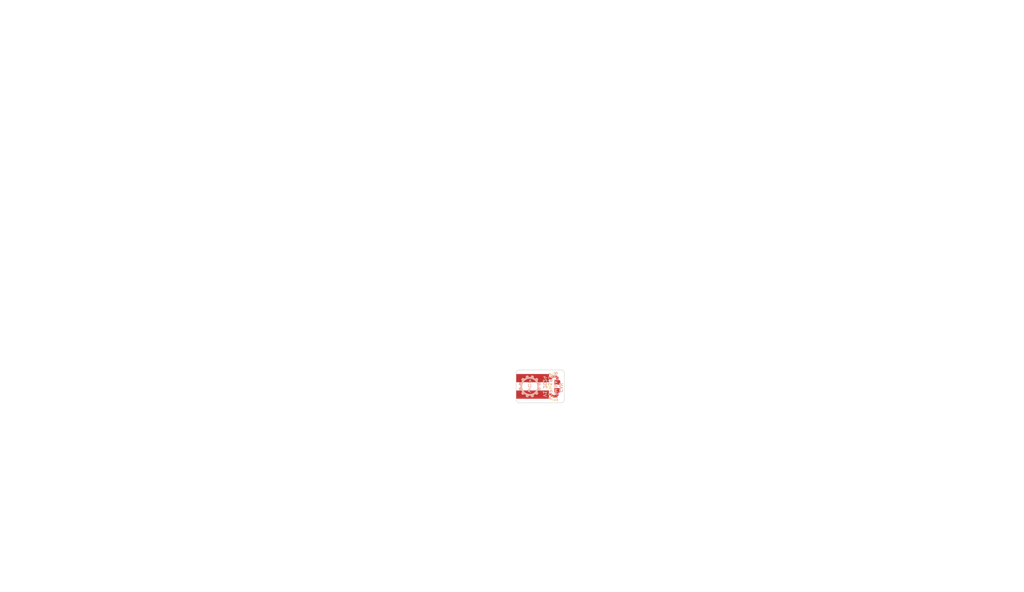
<source format=kicad_pcb>
(kicad_pcb (version 20240108) (generator "pcbnew") (generator_version "8.0")
  (title_block (title "CAN Terminator (WCP-1834)") (date "2024-12-14") (rev "V1"))
  (layers (0 "F.Cu" signal) (31 "B.Cu" signal) (34 "B.Paste" user) (35 "F.Paste" user) (36 "B.SilkS" user "B.Silkscreen") (37 "F.SilkS" user "F.Silkscreen") (38 "B.Mask" user) (39 "F.Mask" user) (44 "Edge.Cuts" user))
  (net 0 "")
  (net 1 "/CAN_H")
  (net 2 "/CAN_L")
  (footprint "CAN_terminator:Wire Pads 2 Pin" (layer "F.Cu") (at 145.415 118.237)
    (property "Reference" "J1" (hide yes))
    (property "Value" "~")
    (pad "1" connect rect (at 3.81 -1.905) (size 7.62 1.905) (layers "F.Cu" "F.Mask") (net 1 "/CAN_H"))
    (pad "2" connect rect (at 3.81 1.905) (size 7.62 1.905) (layers "F.Cu" "F.Mask") (net 2 "/CAN_L"))
  )
  (footprint "Resistor_SMD:R_0805_2012Metric" (layer "F.Cu") (at 154.94 118.237 -90)
    (property "Reference" "R1" (at 0.039278 1.850011 180) (layer "F.SilkS") (effects (font (size 1.016 1.016) (thickness 0.1524))))
    (property "Value" "120R-1%-0805")
    (fp_line (start 0.227064 0.735) (end -0.227064 0.735) (stroke (width 0.12)) (layer "F.SilkS"))
    (fp_line (start 0.227064 -0.735) (end -0.227064 -0.735) (stroke (width 0.12)) (layer "F.SilkS"))
    (pad "1" smd roundrect (at -0.9125 0 270) (size 1.025 1.4) (layers "F.Cu" "F.Paste" "F.Mask") (roundrect_rratio 0.243902439) (net 1 "/CAN_H"))
    (pad "2" smd roundrect (at 0.9125 0 270) (size 1.025 1.4) (layers "F.Cu" "F.Paste" "F.Mask") (roundrect_rratio 0.243902439) (net 2 "/CAN_L"))
  )
  (footprint "Logos:WCP-Logo_200" (layer "B.Cu") (at 148.59 118.237 90)
    (property "Reference" "G***" (hide yes))
    (property "Value" "LOGO" (hide yes))
    (fp_poly (pts (xy 0.124691 0.304149) (xy 0.1778 0.303891) (xy 0.238923 0.303517) (xy 0.290727 0.303139) (xy 0.334054 0.302727) (xy 0.369743 0.30225) (xy 0.398637 0.30168) (xy 0.421576 0.300986) (xy 0.439401 0.300138) (xy 0.452953 0.299107) (xy 0.463073 0.297861) (xy 0.470602 0.296372) (xy 0.476382 0.29461) (xy 0.47999 0.293128) (xy 0.501209 0.28178) (xy 0.517538 0.268289) (xy 0.529731 0.251135) (xy 0.538545 0.228794) (xy 0.544734 0.199744) (xy 0.549054 0.162462) (xy 0.54989 0.152204) (xy 0.551654 0.126167) (xy 0.552762 0.103447) (xy 0.553143 0.086128) (xy 0.552728 0.076293) (xy 0.552475 0.075205) (xy 0.547251 0.071533) (xy 0.533889 0.067496) (xy 0.51178 0.062955) (xy 0.480316 0.057769) (xy 0.470201 0.056249) (xy 0.443008 0.052388) (xy 0.419521 0.049353) (xy 0.401496 0.047349) (xy 0.390688 0.046578) (xy 0.388388 0.046798) (xy 0.387244 0.052473) (xy 0.385814 0.066253) (xy 0.384278 0.086093) (xy 0.382814 0.109948) (xy 0.382762 0.110911) (xy 0.379438 0.17272) (xy 0.164319 0.17272) (xy -0.0508 0.17272) (xy -0.0508 -0.04318) (xy -0.0508 -0.25908) (xy 0.1651 -0.25908) (xy 0.381 -0.25908) (xy 0.381 -0.18796) (xy 0.381 -0.11684) (xy 0.39497 -0.116923) (xy 0.406015 -0.118058) (xy 0.423701 -0.121052) (xy 0.445847 -0.12541) (xy 0.470273 -0.130641) (xy 0.494802 -0.136253) (xy 0.517251 -0.141751) (xy 0.535444 -0.146645) (xy 0.547198 -0.15044) (xy 0.550309 -0.152037) (xy 0.551954 -0.159157) (xy 0.552485 -0.175583) (xy 0.551908 -0.200525) (xy 0.550226 -0.233192) (xy 0.549904 -0.238316) (xy 0.547776 -0.26954) (xy 0.545778 -0.29255) (xy 0.543561 -0.309284) (xy 0.540779 -0.321677) (xy 0.537082 -0.331664) (xy 0.532125 -0.341182) (xy 0.531139 -0.342882) (xy 0.518625 -0.359748) (xy 0.503 -0.375109) (xy 0.496814 -0.379741) (xy 0.487146 -0.385594) (xy 0.477408 -0.389707) (xy 0.465325 -0.392544) (xy 0.448626 -0.394565) (xy 0.425036 -0.396232) (xy 0.412005 -0.396967) (xy 0.390284 -0.397852) (xy 0.361274 -0.398596) (xy 0.326196 -0.399198) (xy 0.286271 -0.399662) (xy 0.24272 -0.39999) (xy 0.196764 -0.400185) (xy 0.149624 -0.400247) (xy 0.102521 -0.40018) (xy 0.056676 -0.399986) (xy 0.01331 -0.399667) (xy -0.026356 -0.399225) (xy -0.061102 -0.398662) (xy -0.089705 -0.397981) (xy -0.110945 -0.397185) (xy -0.123602 -0.396274) (xy -0.125494 -0.395988) (xy -0.158467 -0.38502) (xy -0.184623 -0.366617) (xy -0.203681 -0.341023) (xy -0.212296 -0.320114) (xy -0.214306 -0.31273) (xy -0.215983 -0.30406) (xy -0.217358 -0.293173) (xy -0.218459 -0.279145) (xy -0.219316 -0.261046) (xy -0.219956 -0.237949) (xy -0.22041 -0.208928) (xy -0.220705 -0.173054) (xy -0.220871 -0.1294) (xy -0.220938 -0.077039) (xy -0.220942 -0.04318) (xy -0.220909 0.014034) (xy -0.220809 0.062007) (xy -0.22061 0.101658) (xy -0.220282 0.133908) (xy -0.219792 0.159675) (xy -0.21911 0.179879) (xy -0.218205 0.195439) (xy -0.217045 0.207275) (xy -0.215599 0.216305) (xy -0.213836 0.22345) (xy -0.211724 0.229628) (xy -0.211667 0.229777) (xy -0.196584 0.25608) (xy -0.174313 0.278364) (xy -0.147587 0.294272) (xy -0.130406 0.299807) (xy -0.119469 0.30121) (xy -0.100573 0.302344) (xy -0.073395 0.303215) (xy -0.037605 0.303827) (xy 0.007121 0.304184) (xy 0.061111 0.30429)) (fill solid) (layer "B.SilkS"))
    (fp_poly (pts (xy 0.893728 0.306822) (xy 0.93743 0.306639) (xy 0.986213 0.306364) (xy 1.039229 0.306) (xy 1.095633 0.305549) (xy 1.12268 0.305312) (xy 1.4605 0.30226) (xy 1.483134 0.28956) (xy 1.500108 0.277269) (xy 1.516215 0.261264) (xy 1.521234 0.254847) (xy 1.5367 0.232833) (xy 1.538343 0.102447) (xy 1.538786 0.058053) (xy 1.538755 0.022517) (xy 1.538068 -0.00546) (xy 1.536546 -0.027176) (xy 1.534009 -0.04393) (xy 1.530275 -0.057019) (xy 1.525164 -0.067743) (xy 1.518497 -0.077399) (xy 1.51234 -0.084751) (xy 1.504962 -0.09304) (xy 1.497983 -0.100051) (xy 1.490515 -0.10591) (xy 1.48167 -0.110741) (xy 1.470558 -0.114669) (xy 1.45629 -0.117818) (xy 1.437978 -0.120313) (xy 1.414733 -0.12228) (xy 1.385665 -0.123842) (xy 1.349886 -0.125126) (xy 1.306508 -0.126254) (xy 1.25464 -0.127353) (xy 1.20142 -0.128391) (xy 1.152112 -0.12939) (xy 1.10595 -0.130414) (xy 1.063917 -0.131435) (xy 1.026997 -0.132424) (xy 0.996175 -0.133353) (xy 0.972436 -0.134195) (xy 0.956763 -0.134921) (xy 0.950142 -0.135504) (xy 0.95 -0.135565) (xy 0.949189 -0.141085) (xy 0.948226 -0.155363) (xy 0.947172 -0.177002) (xy 0.946091 -0.2046) (xy 0.945044 -0.23676) (xy 0.944294 -0.263985) (xy 0.943275 -0.298946) (xy 0.942104 -0.330639) (xy 0.940855 -0.357615) (xy 0.9396 -0.378428) (xy 0.938414 -0.39163) (xy 0.937604 -0.395682) (xy 0.93165 -0.397542) (xy 0.917729 -0.399084) (xy 0.898033 -0.400276) (xy 0.874752 -0.401086) (xy 0.850076 -0.401484) (xy 0.826195 -0.401437) (xy 0.805299 -0.400915) (xy 0.789579 -0.399886) (xy 0.781225 -0.398318) (xy 0.780626 -0.397933) (xy 0.779967 -0.392339) (xy 0.779382 -0.377618) (xy 0.778871 -0.354773) (xy 0.778433 -0.324804) (xy 0.778067 -0.288715) (xy 0.777774 -0.247506) (xy 0.777551 -0.20218) (xy 0.7774 -0.153739) (xy 0.777318 -0.103184) (xy 0.777306 -0.051517) (xy 0.777363 0.000259) (xy 0.777489 0.051143) (xy 0.777678 0.099476) (xy 0.94488 0.099476) (xy 0.945072 0.071773) (xy 0.945604 0.04729) (xy 0.946404 0.028004) (xy 0.947401 0.015893) (xy 0.947963 0.013116) (xy 0.949628 0.011078) (xy 0.953522 0.009411) (xy 0.96057 0.00808) (xy 0.971696 0.007048) (xy 0.987826 0.006278) (xy 1.009884 0.005734) (xy 1.038794 0.005379) (xy 1.07548 0.005177) (xy 1.120869 0.005091) (xy 1.151394 0.00508) (xy 1.351741 0.00508) (xy 1.36421 0.01755) (xy 1.369524 0.023441) (xy 1.373067 0.029869) (xy 1.375196 0.038914) (xy 1.376269 0.052662) (xy 1.376642 0.073194) (xy 1.37668 0.090239) (xy 1.376332 0.119555) (xy 1.37484 0.140405) (xy 1.371529 0.15447) (xy 1.365723 0.163433) (xy 1.356748 0.168977) (xy 1.343928 0.172784) (xy 1.343523 0.172879) (xy 1.333904 0.17395) (xy 1.315402 0.174942) (xy 1.289298 0.175825) (xy 1.256868 0.17657) (xy 1.219393 0.177146) (xy 1.178149 0.177526) (xy 1.134415 0.177679) (xy 1.13411 0.177679) (xy 0.94488 0.1778) (xy 0.94488 0.099476) (xy 0.777678 0.099476) (xy 0.777681 0.100133) (xy 0.777941 0.146227) (xy 0.778268 0.188423) (xy 0.77866 0.22572) (xy 0.779118 0.257115) (xy 0.779641 0.281606) (xy 0.780227 0.298192) (xy 0.780877 0.305871) (xy 0.78105 0.306282) (xy 0.786652 0.306592) (xy 0.801568 0.306799) (xy 0.824951 0.306904) (xy 0.855953 0.306911)) (fill solid) (layer "B.SilkS"))
    (fp_poly (pts (xy -0.872222 0.309597) (xy -0.855764 0.308544) (xy -0.845371 0.306417) (xy -0.839 0.302913) (xy -0.837061 0.30099) (xy -0.833559 0.294539) (xy -0.826683 0.27967) (xy -0.816861 0.257385) (xy -0.804523 0.228688) (xy -0.790097 0.194583) (xy -0.774011 0.156072) (xy -0.756695 0.114159) (xy -0.74427 0.08382) (xy -0.722512 0.030526) (xy -0.704261 -0.014084) (xy -0.689191 -0.050736) (xy -0.676978 -0.080157) (xy -0.667296 -0.103071) (xy -0.659822 -0.120206) (xy -0.654229 -0.132287) (xy -0.650193 -0.140041) (xy -0.64739 -0.144193) (xy -0.645493 -0.145468) (xy -0.644179 -0.144595) (xy -0.643122 -0.142297) (xy -0.6431 -0.14224) (xy -0.640807 -0.136022) (xy -0.635377 -0.121261) (xy -0.627176 -0.098951) (xy -0.616567 -0.070086) (xy -0.603917 -0.035659) (xy -0.589591 0.003335) (xy -0.573954 0.045902) (xy -0.56096 0.08128) (xy -0.544561 0.125806) (xy -0.529154 0.167396) (xy -0.515106 0.205079) (xy -0.502783 0.237883) (xy -0.492552 0.264835) (xy -0.48478 0.284966) (xy -0.479832 0.297301) (xy -0.478153 0.300905) (xy -0.471655 0.302857) (xy -0.457405 0.304764) (xy -0.437812 0.306498) (xy -0.415284 0.307929) (xy -0.392229 0.308931) (xy -0.371056 0.309373) (xy -0.354173 0.309128) (xy -0.343987 0.308067) (xy -0.343983 0.308066) (xy -0.334962 0.304422) (xy -0.333347 0.297633) (xy -0.334979 0.290823) (xy -0.339011 0.278513) (xy -0.346189 0.258278) (xy -0.356151 0.231054) (xy -0.368533 0.197777) (xy -0.382975 0.159381) (xy -0.399114 0.116802) (xy -0.416589 0.070976) (xy -0.435037 0.022837) (xy -0.454096 -0.026678) (xy -0.473404 -0.076635) (xy -0.4926 -0.126098) (xy -0.511322 -0.174131) (xy -0.529206 -0.2198) (xy -0.545892 -0.262168) (xy -0.561017 -0.300301) (xy -0.57422 -0.333264) (xy -0.585138 -0.36012) (xy -0.59341 -0.379934) (xy -0.598673 -0.391771) (xy -0.60028 -0.394711) (xy -0.607916 -0.397899) (xy -0.622913 -0.400114) (xy -0.64255 -0.401352) (xy -0.664102 -0.401606) (xy -0.684847 -0.40087) (xy -0.70206 -0.399138) (xy -0.71302 -0.396403) (xy -0.71509 -0.39497) (xy -0.71804 -0.389017) (xy -0.724335 -0.374654) (xy -0.733549 -0.352903) (xy -0.745257 -0.324789) (xy -0.759035 -0.291335) (xy -0.774456 -0.253565) (xy -0.791096 -0.212503) (xy -0.798943 -0.19304) (xy -0.816481 -0.149558) (xy -0.833386 -0.107825) (xy -0.849161 -0.069052) (xy -0.863311 -0.034451) (xy -0.875339 -0.005232) (xy -0.88475 0.017393) (xy -0.891048 0.032212) (xy -0.8924 0.035274) (xy -0.907138 0.068008) (xy -1.00363 -0.165386) (xy -1.100121 -0.39878) (xy -1.158775 -0.400203) (xy -1.21743 -0.401627) (xy -1.223883 -0.387503) (xy -1.22749 -0.378817) (xy -1.234183 -0.361901) (xy -1.243613 -0.337679) (xy -1.255428 -0.307073) (xy -1.269279 -0.271009) (xy -1.284817 -0.230409) (xy -1.301689 -0.186197) (xy -1.319548 -0.139298) (xy -1.338042 -0.090635) (xy -1.356821 -0.041132) (xy -1.375536 0.008288) (xy -1.393836 0.056701) (xy -1.411372 0.103182) (xy -1.427792 0.146808) (xy -1.442748 0.186656) (xy -1.455889 0.221801) (xy -1.466865 0.25132) (xy -1.475325 0.274289) (xy -1.480921 0.289785) (xy -1.483301 0.296882) (xy -1.48336 0.297199) (xy -1.478529 0.300732) (xy -1.465022 0.303907) (xy -1.444324 0.306563) (xy -1.417917 0.308538) (xy -1.387285 0.309671) (xy -1.36664 0.30988) (xy -1.346073 0.30951) (xy -1.332916 0.307973) (xy -1.32443 0.304634) (xy -1.317879 0.298855) (xy -1.317517 0.29845) (xy -1.313281 0.290995) (xy -1.306051 0.27525) (xy -1.296337 0.252458) (xy -1.284655 0.223865) (xy -1.271516 0.190715) (xy -1.257434 0.154253) (xy -1.249993 0.13462) (xy -1.22733 0.074522) (xy -1.20794 0.023307) (xy -1.191564 -0.019669) (xy -1.177942 -0.055048) (xy -1.166817 -0.083474) (xy -1.157929 -0.105591) (xy -1.151019 -0.122041) (xy -1.145829 -0.133468) (xy -1.1421 -0.140516) (xy -1.139573 -0.143828) (xy -1.13799 -0.144047) (xy -1.137925 -0.143983) (xy -1.135277 -0.138525) (xy -1.129264 -0.124582) (xy -1.120276 -0.103105) (xy -1.108707 -0.075048) (xy -1.094945 -0.041364) (xy -1.079384 -0.003007) (xy -1.062414 0.03907) (xy -1.046497 0.07874) (xy -1.02856 0.123412) (xy -1.011642 0.165282) (xy -0.99614 0.203386) (xy -0.98245 0.236758) (xy -0.970973 0.264433) (xy -0.962104 0.285446) (xy -0.956242 0.298831) (xy -0.953888 0.30353) (xy -0.946212 0.306921) (xy -0.929482 0.309013) (xy -0.903226 0.309857) (xy -0.896786 0.30988)) (fill solid) (layer "B.SilkS"))
    (fp_poly (pts (xy 0.424527 2.538947) (xy 0.448933 2.53596) (xy 0.480475 2.530478) (xy 0.517885 2.522807) (xy 0.559894 2.513252) (xy 0.605233 2.502117) (xy 0.652634 2.489709) (xy 0.700828 2.476333) (xy 0.748546 2.462293) (xy 0.79452 2.447896) (xy 0.813093 2.441786) (xy 0.92202 2.40538) (xy 0.92273 2.193216) (xy 0.922987 2.137936) (xy 0.923372 2.092078) (xy 0.923908 2.054906) (xy 0.924619 2.025683) (xy 0.925529 2.003671) (xy 0.926661 1.988134) (xy 0.92804 1.978334) (xy 0.92969 1.973536) (xy 0.929841 1.973338) (xy 0.936821 1.967947) (xy 0.950741 1.959347) (xy 0.969432 1.948822) (xy 0.986178 1.939974) (xy 1.005519 1.929572) (xy 1.03138 1.91498) (xy 1.061677 1.897413) (xy 1.094325 1.878083) (xy 1.127241 1.858204) (xy 1.138599 1.851242) (xy 1.167617 1.833492) (xy 1.193823 1.817673) (xy 1.215961 1.804527) (xy 1.232777 1.794793) (xy 1.243015 1.789212) (xy 1.24553 1.78816) (xy 1.250743 1.790661) (xy 1.263734 1.797795) (xy 1.283543 1.809011) (xy 1.309211 1.823756) (xy 1.339779 1.841478) (xy 1.374288 1.861626) (xy 1.411778 1.883647) (xy 1.423723 1.89069) (xy 1.462257 1.913316) (xy 1.4984 1.934322) (xy 1.531142 1.953138) (xy 1.559475 1.969192) (xy 1.582389 1.981915) (xy 1.598874 1.990735) (xy 1.607922 1.995082) (xy 1.608979 1.995419) (xy 1.615998 1.994693) (xy 1.626076 1.989994) (xy 1.639855 1.980809) (xy 1.657979 1.966626) (xy 1.68109 1.946931) (xy 1.709831 1.921212) (xy 1.744846 1.888956) (xy 1.758645 1.876081) (xy 1.791321 1.844948) (xy 1.824195 1.812587) (xy 1.856451 1.779892) (xy 1.887272 1.74776) (xy 1.915838 1.717086) (xy 1.941335 1.688764) (xy 1.962942 1.663691) (xy 1.979845 1.642762) (xy 1.991224 1.626872) (xy 1.996263 1.616917) (xy 1.99644 1.615611) (xy 1.993946 1.609156) (xy 1.986833 1.594957) (xy 1.975652 1.574011) (xy 1.960957 1.54732) (xy 1.9433 1.515883) (xy 1.923232 1.480701) (xy 1.901307 1.442772) (xy 1.89484 1.431676) (xy 1.872485 1.393137) (xy 1.851833 1.357047) (xy 1.833435 1.324408) (xy 1.817845 1.296222) (xy 1.805614 1.273492) (xy 1.797296 1.257219) (xy 1.793443 1.248405) (xy 1.79324 1.247407) (xy 1.795682 1.240963) (xy 1.802541 1.226997) (xy 1.81311 1.206759) (xy 1.826686 1.181502) (xy 1.842563 1.152477) (xy 1.860036 1.120937) (xy 1.878402 1.088134) (xy 1.896954 1.05532) (xy 1.914989 1.023746) (xy 1.931802 0.994665) (xy 1.946688 0.969328) (xy 1.958941 0.948989) (xy 1.967858 0.934898) (xy 1.972734 0.928307) (xy 1.972974 0.928107) (xy 1.979153 0.927295) (xy 1.994368 0.926705) (xy 2.017498 0.926342) (xy 2.04742 0.926208) (xy 2.083013 0.926308) (xy 2.123156 0.926644) (xy 2.166727 0.927222) (xy 2.179788 0.927434) (xy 2.224384 0.9281) (xy 2.266084 0.928554) (xy 2.303729 0.928795) (xy 2.336161 0.928825) (xy 2.362221 0.928642) (xy 2.380752 0.928247) (xy 2.390594 0.92764) (xy 2.391607 0.927441) (xy 2.39941 0.920339) (xy 2.408949 0.903701) (xy 2.420073 0.877975) (xy 2.432632 0.843608) (xy 2.446475 0.801048) (xy 2.461451 0.750741) (xy 2.477409 0.693136) (xy 2.494198 0.628679) (xy 2.499536 0.607425) (xy 2.512722 0.553453) (xy 2.523101 0.508554) (xy 2.53078 0.472066) (xy 2.535868 0.443332) (xy 2.538475 0.42169) (xy 2.538708 0.406482) (xy 2.536677 0.397046) (xy 2.534676 0.394118) (xy 2.528727 0.390113) (xy 2.514921 0.381721) (xy 2.494263 0.369528) (xy 2.467759 0.354116) (xy 2.436413 0.336069) (xy 2.40123 0.31597) (xy 2.363215 0.294404) (xy 2.35458 0.289525) (xy 2.316246 0.26779) (xy 2.280676 0.247445) (xy 2.248849 0.229063) (xy 2.221743 0.213217) (xy 2.200337 0.20048) (xy 2.185609 0.191425) (xy 2.178537 0.186624) (xy 2.178092 0.186175) (xy 2.177267 0.17992) (xy 2.176569 0.164674) (xy 2.176016 0.141602) (xy 2.175621 0.111874) (xy 2.175401 0.076656) (xy 2.17537 0.037116) (xy 2.175544 -0.005578) (xy 2.175552 -0.006808) (xy 2.17678 -0.193957) (xy 2.354516 -0.294605) (xy 2.393469 -0.316785) (xy 2.429715 -0.337657) (xy 2.462282 -0.356645) (xy 2.490199 -0.373171) (xy 2.512492 -0.386659) (xy 2.52819 -0.39653) (xy 2.536321 -0.402207) (xy 2.537184 -0.403071) (xy 2.538178 -0.411447) (xy 2.536703 -0.42871) (xy 2.532926 -0.453936) (xy 2.527016 -0.486202) (xy 2.519142 -0.524582) (xy 2.509472 -0.568153) (xy 2.49877 -0.613538) (xy 2.493382 -0.634378) (xy 2.485874 -0.661424) (xy 2.476749 -0.693046) (xy 2.466507 -0.727619) (xy 2.455649 -0.763513) (xy 2.444677 -0.799102) (xy 2.43409 -0.832757) (xy 2.424391 -0.862851) (xy 2.41608 -0.887756) (xy 2.409657 -0.905844) (xy 2.406175 -0.9144) (xy 2.400137 -0.9271) (xy 2.19192 -0.927346) (xy 2.146639 -0.927477) (xy 2.104338 -0.927748) (xy 2.066137 -0.928141) (xy 2.033159 -0.928638) (xy 2.006523 -0.929221) (xy 1.987351 -0.929871) (xy 1.976765 -0.930571) (xy 1.975176 -0.930864) (xy 1.969817 -0.936413) (xy 1.961131 -0.949313) (xy 1.950224 -0.967769) (xy 1.9382 -0.989989) (xy 1.935416 -0.995398) (xy 1.922603 -1.019672) (xy 1.905953 -1.049946) (xy 1.88696 -1.083574) (xy 1.867119 -1.117907) (xy 1.848711 -1.148989) (xy 1.832159 -1.177042) (xy 1.817575 -1.202721) (xy 1.805744 -1.224565) (xy 1.797449 -1.241116) (xy 1.793473 -1.250915) (xy 1.79324 -1.252314) (xy 1.794554 -1.257016) (xy 1.798674 -1.266088) (xy 1.805862 -1.279988) (xy 1.816382 -1.299175) (xy 1.830498 -1.324107) (xy 1.848471 -1.355243) (xy 1.870567 -1.39304) (xy 1.897048 -1.437958) (xy 1.928177 -1.490455) (xy 1.964218 -1.55099) (xy 1.980116 -1.577635) (xy 1.990037 -1.594822) (xy 1.997516 -1.608859) (xy 2.001295 -1.617347) (xy 2.00152 -1.618437) (xy 1.998177 -1.624625) (xy 1.988712 -1.63723) (xy 1.973964 -1.655274) (xy 1.954775 -1.677776) (xy 1.931987 -1.703758) (xy 1.906439 -1.732239) (xy 1.878975 -1.762241) (xy 1.866306 -1.775879) (xy 1.836342 -1.806951) (xy 1.800907 -1.84203) (xy 1.762356 -1.878903) (xy 1.723046 -1.915358) (xy 1.685333 -1.949184) (xy 1.651575 -1.978169) (xy 1.645025 -1.983584) (xy 1.61619 -2.007226) (xy 1.535805 -1.960503) (xy 1.505222 -1.942673) (xy 1.468962 -1.921448) (xy 1.43008 -1.898621) (xy 1.391634 -1.875988) (xy 1.357875 -1.85605) (xy 1.323792 -1.836255) (xy 1.294688 -1.820117) (xy 1.271467 -1.808104) (xy 1.255032 -1.800685) (xy 1.246579 -1.79832) (xy 1.236414 -1.801153) (xy 1.219167 -1.809239) (xy 1.196045 -1.821951) (xy 1.168256 -1.838667) (xy 1.166769 -1.839595) (xy 1.100404 -1.879845) (xy 1.032171 -1.918991) (xy 0.966541 -1.954479) (xy 0.957354 -1.959247) (xy 0.921569 -1.977713) (xy 0.923693 -2.189748) (xy 0.925816 -2.401782) (xy 0.913758 -2.409678) (xy 0.899732 -2.416819) (xy 0.877132 -2.42582) (xy 0.847295 -2.436303) (xy 0.811558 -2.447893) (xy 0.771259 -2.460214) (xy 0.727734 -2.472889) (xy 0.68232 -2.485542) (xy 0.636355 -2.497797) (xy 0.591175 -2.509277) (xy 0.548118 -2.519606) (xy 0.508521 -2.528408) (xy 0.47372 -2.535307) (xy 0.457403 -2.538107) (xy 0.432412 -2.541917) (xy 0.415501 -2.543919) (xy 0.40476 -2.544163) (xy 0.398281 -2.542696) (xy 0.394299 -2.539728) (xy 0.390377 -2.533783) (xy 0.3821 -2.519954) (xy 0.370043 -2.499241) (xy 0.354778 -2.472644) (xy 0.336879 -2.441165) (xy 0.31692 -2.405804) (xy 0.295474 -2.367562) (xy 0.289641 -2.35712) (xy 0.267969 -2.31845) (xy 0.247675 -2.28255) (xy 0.229325 -2.250394) (xy 0.213482 -2.222957) (xy 0.20071 -2.201213) (xy 0.191572 -2.186138) (xy 0.186633 -2.178705) (xy 0.186081 -2.178127) (xy 0.179824 -2.177261) (xy 0.164827 -2.176504) (xy 0.142508 -2.175858) (xy 0.114287 -2.175328) (xy 0.081583 -2.174916) (xy 0.045815 -2.174627) (xy 0.008402 -2.174463) (xy -0.029237 -2.174429) (xy -0.065682 -2.174527) (xy -0.099515 -2.174761) (xy -0.129316 -2.175134) (xy -0.153667 -2.175651) (xy -0.171148 -2.176314) (xy -0.18034 -2.177126) (xy -0.180825 -2.177236) (xy -0.1853 -2.180876) (xy -0.192626 -2.190432) (xy -0.203098 -2.206388) (xy -0.217007 -2.22923) (xy -0.234647 -2.259444) (xy -0.256311 -2.297515) (xy -0.282292 -2.343929) (xy -0.292585 -2.362461) (xy -0.3937 -2.544828) (xy -0.41148 -2.544494) (xy -0.421884 -2.54331) (xy -0.440332 -2.54021) (xy -0.464967 -2.535547) (xy -0.493931 -2.529673) (xy -0.525364 -2.522943) (xy -0.52832 -2.522292) (xy -0.611922 -2.503224) (xy -0.685951 -2.485019) (xy -0.750943 -2.467525) (xy -0.807434 -2.45059) (xy -0.85596 -2.434059) (xy -0.897057 -2.41778) (xy -0.90219 -2.415539) (xy -0.931266 -2.40268) (xy -0.927911 -2.19829) (xy -0.927096 -2.144305) (xy -0.926591 -2.099656) (xy -0.926409 -2.063522) (xy -0.926561 -2.035082) (xy -0.927058 -2.013516) (xy -0.927912 -1.998004) (xy -0.929134 -1.987726) (xy -0.930735 -1.981861) (xy -0.930915 -1.981487) (xy -0.938819 -1.973232) (xy -0.955987 -1.96129) (xy -0.982476 -1.945624) (xy -1.013467 -1.928768) (xy -1.046666 -1.910713) (xy -1.084082 -1.889568) (xy -1.121601 -1.867704) (xy -1.155108 -1.847491) (xy -1.161827 -1.843317) (xy -1.186372 -1.828072) (xy -1.20831 -1.814654) (xy -1.226024 -1.804033) (xy -1.2379 -1.797181) (xy -1.241888 -1.795143) (xy -1.248298 -1.796914) (xy -1.262864 -1.803698) (xy -1.28507 -1.815215) (xy -1.3144 -1.831185) (xy -1.350338 -1.851327) (xy -1.392368 -1.875363) (xy -1.42936 -1.896816) (xy -1.468445 -1.919488) (xy -1.505006 -1.940472) (xy -1.538072 -1.959225) (xy -1.566668 -1.975207) (xy -1.589822 -1.987876) (xy -1.606561 -1.996689) (xy -1.615912 -2.001106) (xy -1.617372 -2.00152) (xy -1.624939 -1.997986) (xy -1.638665 -1.987937) (xy -1.657685 -1.972195) (xy -1.681136 -1.951586) (xy -1.708153 -1.926934) (xy -1.737871 -1.899063) (xy -1.769426 -1.868798) (xy -1.801954 -1.836963) (xy -1.834588 -1.804383) (xy -1.866466 -1.771882) (xy -1.896723 -1.740285) (xy -1.924493 -1.710416) (xy -1.936208 -1.697468) (xy -1.956489 -1.674592) (xy -1.974205 -1.654159) (xy -1.988309 -1.637412) (xy -1.997756 -1.625595) (xy -2.001499 -1.619954) (xy -2.001521 -1.619807) (xy -1.999023 -1.614531) (xy -1.991896 -1.601466) (xy -1.980684 -1.581565) (xy -1.965935 -1.555781) (xy -1.948194 -1.525066) (xy -1.928008 -1.490375) (xy -1.905924 -1.452659) (xy -1.897381 -1.438129) (xy -1.874666 -1.399268) (xy -1.85366 -1.36281) (xy -1.834913 -1.329751) (xy -1.818978 -1.301086) (xy -1.806405 -1.27781) (xy -1.797746 -1.260921) (xy -1.793552 -1.251413) (xy -1.793241 -1.250019) (xy -1.79585 -1.242106) (xy -1.803067 -1.227357) (xy -1.813978 -1.207462) (xy -1.827666 -1.184112) (xy -1.838302 -1.166788) (xy -1.85719 -1.135936) (xy -1.877204 -1.102107) (xy -1.897348 -1.067093) (xy -1.916623 -1.032689) (xy -1.934031 -1.000687) (xy -1.948574 -0.972881) (xy -1.959253 -0.951065) (xy -1.962712 -0.943252) (xy -1.970522 -0.92456) (xy -2.015231 -0.924801) (xy -2.031532 -0.924998) (xy -2.056323 -0.92544) (xy -2.087938 -0.926091) (xy -2.124709 -0.926913) (xy -2.164972 -0.927872) (xy -2.207059 -0.928929) (xy -2.22464 -0.929388) (xy -2.264742 -0.930367) (xy -2.301712 -0.931117) (xy -2.334295 -0.931626) (xy -2.361232 -0.931879) (xy -2.381267 -0.931862) (xy -2.393144 -0.931563) (xy -2.395812 -0.931249) (xy -2.40106 -0.924997) (xy -2.40851 -0.910111) (xy -2.417759 -0.887777) (xy -2.428405 -0.859182) (xy -2.440045 -0.82551) (xy -2.452275 -0.78795) (xy -2.464693 -0.747686) (xy -2.476897 -0.705906) (xy -2.488482 -0.663795) (xy -2.494511 -0.640663) (xy -2.502093 -0.609341) (xy -2.50957 -0.575572) (xy -2.516683 -0.54086) (xy -2.523172 -0.506703) (xy -2.528778 -0.474605) (xy -2.533242 -0.446064) (xy -2.536305 -0.422583) (xy -2.537707 -0.405663) (xy -2.537188 -0.396804) (xy -2.536767 -0.396061) (xy -2.531497 -0.392675) (xy -2.518345 -0.38489) (xy -2.498294 -0.373269) (xy -2.472326 -0.358375) (xy -2.441426 -0.340773) (xy -2.406576 -0.321026) (xy -2.36876 -0.299696) (xy -2.35966 -0.294578) (xy -2.321165 -0.272864) (xy -2.285306 -0.252501) (xy -2.253086 -0.234066) (xy -2.225507 -0.218141) (xy -2.203571 -0.205304) (xy -2.188281 -0.196136) (xy -2.18064 -0.191215) (xy -2.180087 -0.190762) (xy -2.178234 -0.187156) (xy -2.17674 -0.179745) (xy -2.175575 -0.167634) (xy -2.174709 -0.149928) (xy -2.174113 -0.125731) (xy -2.173755 -0.09415) (xy -2.173605 -0.054288) (xy -2.173635 -0.005252) (xy -2.173636 -0.004557) (xy -1.762237 -0.004557) (xy -1.756158 -0.140847) (xy -1.74255 -0.26416) (xy -1.719184 -0.394888) (xy -1.686435 -0.521875) (xy -1.644456 -0.644882) (xy -1.593398 -0.763674) (xy -1.533417 -0.878012) (xy -1.464663 -0.987659) (xy -1.387291 -1.092379) (xy -1.301453 -1.191934) (xy -1.207301 -1.286087) (xy -1.10499 -1.3746) (xy -0.994672 -1.457238) (xy -0.956417 -1.483257) (xy -0.844234 -1.551774) (xy -0.728429 -1.610808) (xy -0.609139 -1.660314) (xy -0.486498 -1.700249) (xy -0.360644 -1.730568) (xy -0.231712 -1.751228) (xy -0.099841 -1.762183) (xy -0.09398 -1.762441) (xy -0.063458 -1.76356) (xy -0.033903 -1.764331) (xy -0.007974 -1.764704) (xy 0.01167 -1.764634) (xy 0.01778 -1.764443) (xy 0.035243 -1.763656) (xy 0.05949 -1.76262) (xy 0.087154 -1.761477) (xy 0.11176 -1.760489) (xy 0.194488 -1.754479) (xy 0.281845 -1.7431) (xy 0.370233 -1.726947) (xy 0.456053 -1.706612) (xy 0.482698 -1.69923) (xy 0.609295 -1.657629) (xy 0.731201 -1.60724) (xy 0.848071 -1.54845) (xy 0.95956 -1.481647) (xy 1.065325 -1.407219) (xy 1.165018 -1.325553) (xy 1.258296 -1.237037) (xy 1.344814 -1.142058) (xy 1.424226 -1.041005) (xy 1.496187 -0.934265) (xy 1.560353 -0.822226) (xy 1.616378 -0.705274) (xy 1.663917 -0.583799) (xy 1.702626 -0.458186) (xy 1.73216 -0.328825) (xy 1.739564 -0.28702) (xy 1.748629 -0.220453) (xy 1.755227 -0.147315) (xy 1.759291 -0.070442) (xy 1.760757 0.007333) (xy 1.759561 0.083173) (xy 1.755636 0.154243) (xy 1.750803 0.2032) (xy 1.72948 0.337322) (xy 1.698702 0.467939) (xy 1.658667 0.594713) (xy 1.609576 0.717304) (xy 1.551627 0.835375) (xy 1.485019 0.948586) (xy 1.409951 1.056599) (xy 1.326622 1.159074) (xy 1.235232 1.255674) (xy 1.135979 1.346058) (xy 1.030728 1.428677) (xy 0.922157 1.501606) (xy 0.808729 1.565937) (xy 0.691092 1.621482) (xy 0.56989 1.668051) (xy 0.445769 1.705456) (xy 0.319376 1.733507) (xy 0.191356 1.752014) (xy 0.062356 1.76079) (xy -0.06698 1.759644) (xy -0.09398 1.758134) (xy -0.230607 1.745101) (xy -0.361537 1.723803) (xy -0.487204 1.694075) (xy -0.60804 1.655757) (xy -0.724479 1.608684) (xy -0.836952 1.552695) (xy -0.945893 1.487626) (xy -1.051735 1.413316) (xy -1.08966 1.383873) (xy -1.118889 1.359323) (xy -1.152964 1.328601) (xy -1.190248 1.293354) (xy -1.229101 1.255232) (xy -1.267887 1.215883) (xy -1.304967 1.176955) (xy -1.338702 1.140097) (xy -1.367454 1.106957) (xy -1.379527 1.0922) (xy -1.460724 0.982657) (xy -1.532293 0.869883) (xy -1.594217 0.753943) (xy -1.646478 0.634902) (xy -1.689059 0.512824) (xy -1.721943 0.387775) (xy -1.745112 0.259818) (xy -1.758549 0.129019) (xy -1.762237 -0.004557) (xy -2.173636 -0.004557) (xy -2.173646 0.000171) (xy -2.173796 0.042403) (xy -2.17404 0.08134) (xy -2.174364 0.115836) (xy -2.174752 0.144745) (xy -2.175188 0.166919) (xy -2.175658 0.181212) (xy -2.17614 0.186473) (xy -2.180906 0.189381) (xy -2.193475 0.196675) (xy -2.212799 0.207757) (xy -2.237827 0.222028) (xy -2.267511 0.23889) (xy -2.300801 0.257743) (xy -2.324821 0.271316) (xy -2.361735 0.292208) (xy -2.397312 0.312443) (xy -2.43019 0.331239) (xy -2.459005 0.347811) (xy -2.482392 0.361378) (xy -2.498987 0.371155) (xy -2.50444 0.374456) (xy -2.53746 0.394837) (xy -2.53638 0.424749) (xy -2.534055 0.44957) (xy -2.52879 0.482534) (xy -2.520953 0.522176) (xy -2.510914 0.567034) (xy -2.499043 0.615643) (xy -2.485708 0.666541) (xy -2.471278 0.718263) (xy -2.456123 0.769346) (xy -2.440612 0.818327) (xy -2.426963 0.85852) (xy -2.404588 0.92202) (xy -2.188231 0.923345) (xy -1.971875 0.924669) (xy -1.93909 0.986845) (xy -1.926168 1.010672) (xy -1.909346 1.040682) (xy -1.890042 1.074403) (xy -1.869673 1.10936) (xy -1.849658 1.14308) (xy -1.846727 1.147957) (xy -1.826147 1.18252) (xy -1.810728 1.20937) (xy -1.800063 1.229293) (xy -1.793749 1.243077) (xy -1.791379 1.251508) (xy -1.791845 1.254637) (xy -1.808339 1.282097) (xy -1.826968 1.313562) (xy -1.847117 1.347947) (xy -1.868166 1.384169) (xy -1.889498 1.421143) (xy -1.910497 1.457784) (xy -1.930543 1.493009) (xy -1.94902 1.525733) (xy -1.96531 1.554873) (xy -1.978796 1.579342) (xy -1.98886 1.598058) (xy -1.994884 1.609937) (xy -1.996382 1.613754) (xy -1.99296 1.62175) (xy -1.983319 1.636022) (xy -1.968316 1.655551) (xy -1.948803 1.67932) (xy -1.925637 1.706309) (xy -1.89967 1.735501) (xy -1.871757 1.765876) (xy -1.845538 1.793532) (xy -1.825722 1.813615) (xy -1.801915 1.836956) (xy -1.775423 1.86235) (xy -1.747552 1.888594) (xy -1.71961 1.914482) (xy -1.692902 1.938811) (xy -1.668735 1.960375) (xy -1.648417 1.97797) (xy -1.633252 1.990391) (xy -1.627101 1.994907) (xy -1.623535 1.996754) (xy -1.619163 1.997314) (xy -1.613006 1.996104) (xy -1.604084 1.99264) (xy -1.591418 1.986442) (xy -1.574029 1.977026) (xy -1.550938 1.963909) (xy -1.521164 1.94661) (xy -1.48373 1.924646) (xy -1.479781 1.922323) (xy -1.443525 1.900972) (xy -1.407836 1.879905) (xy -1.37428 1.86005) (xy -1.344421 1.842336) (xy -1.319825 1.82769) (xy -1.302057 1.817039) (xy -1.299032 1.81521) (xy -1.279566 1.803847) (xy -1.262762 1.794836) (xy -1.250839 1.789324) (xy -1.246683 1.788161) (xy -1.238817 1.790876) (xy -1.225553 1.798003) (xy -1.209734 1.80801) (xy -1.20943 1.808216) (xy -1.176613 1.829662) (xy -1.137338 1.853973) (xy -1.094285 1.879569) (xy -1.050132 1.904868) (xy -1.007558 1.928291) (xy -0.991138 1.937008) (xy -0.923095 1.972683) (xy -0.926516 2.181412) (xy -0.927158 2.227023) (xy -0.927548 2.269431) (xy -0.927694 2.307547) (xy -0.927599 2.340284) (xy -0.927268 2.366555) (xy -0.926706 2.385271) (xy -0.925919 2.395346) (xy -0.925547 2.396704) (xy -0.91741 2.402959) (xy -0.900589 2.411284) (xy -0.876259 2.421284) (xy -0.845595 2.432567) (xy -0.809769 2.444739) (xy -0.769957 2.457408) (xy -0.727333 2.47018) (xy -0.68307 2.482661) (xy -0.638342 2.494459) (xy -0.61976 2.499102) (xy -0.584235 2.507482) (xy -0.547988 2.515425) (xy -0.512533 2.52266) (xy -0.479383 2.528914) (xy -0.450052 2.533914) (xy -0.426052 2.537389) (xy -0.408897 2.539065) (xy -0.400101 2.53867) (xy -0.400063 2.538656) (xy -0.395988 2.533714) (xy -0.387574 2.520853) (xy -0.375398 2.501043) (xy -0.360036 2.475255) (xy -0.342066 2.444462) (xy -0.322065 2.409634) (xy -0.300609 2.371743) (xy -0.294774 2.361351) (xy -0.273009 2.322638) (xy -0.252588 2.28655) (xy -0.234085 2.254085) (xy -0.218078 2.226246) (xy -0.205142 2.204031) (xy -0.195854 2.188442) (xy -0.190787 2.180478) (xy -0.190248 2.179796) (xy -0.186922 2.177882) (xy -0.180335 2.176346) (xy -0.169552 2.175157) (xy -0.153641 2.174283) (xy -0.131668 2.173692) (xy -0.102701 2.173354) (xy -0.065807 2.173237) (xy -0.020052 2.17331) (xy 0.000491 2.173383) (xy 0.042737 2.17363) (xy 0.081726 2.174009) (xy 0.116304 2.174497) (xy 0.145316 2.175071) (xy 0.167608 2.175708) (xy 0.182025 2.176387) (xy 0.187401 2.177069) (xy 0.19048 2.181988) (xy 0.198031 2.194789) (xy 0.209506 2.214524) (xy 0.224356 2.240241) (xy 0.242034 2.270991) (xy 0.261991 2.305824) (xy 0.28368 2.34379) (xy 0.292205 2.358741) (xy 0.317694 2.403392) (xy 0.338721 2.43999) (xy 0.355802 2.469336) (xy 0.369454 2.492234) (xy 0.380194 2.509484) (xy 0.388541 2.52189) (xy 0.395011 2.530253) (xy 0.400121 2.535376) (xy 0.404389 2.538061) (xy 0.408332 2.53911) (xy 0.408527 2.539133)) (fill solid) (layer "B.SilkS"))
  )
  (gr_arc (start 145.415 115.189) (mid 145.638185 114.650185) (end 146.177 114.427) (stroke (width 0.1)) (layer "Edge.Cuts"))
  (gr_arc (start 146.177 122.047) (mid 145.638185 121.823815) (end 145.415 121.285) (stroke (width 0.1)) (layer "Edge.Cuts"))
  (gr_line (start 156.591 115.189) (end 156.591 121.285) (stroke (width 0.1)) (layer "Edge.Cuts"))
  (gr_line (start 145.415 115.189) (end 145.415 121.285) (stroke (width 0.1)) (layer "Edge.Cuts"))
  (gr_arc (start 156.591 121.285) (mid 156.367815 121.823815) (end 155.829 122.047) (stroke (width 0.1)) (layer "Edge.Cuts"))
  (gr_arc (start 155.829 114.427) (mid 156.367815 114.650185) (end 156.591 115.189) (stroke (width 0.1)) (layer "Edge.Cuts"))
  (gr_line (start 146.177 114.427) (end 155.829 114.427) (stroke (width 0.1)) (layer "Edge.Cuts"))
  (gr_line (start 146.177 122.047) (end 155.829 122.047) (stroke (width 0.1)) (layer "Edge.Cuts"))
  (gr_text "CAN \nTERMINATOR\nWCP-1834\nV1 2024" (at 153.924 118.237 270) (layer "B.SilkS") (effects (font (size 0.762 0.762) (thickness 0.1524) (bold yes)) (justify mirror)))
  (gr_text "H" (at 153.543 116.332 0) (layer "F.SilkS") (effects (font (size 1.016 1.016) (thickness 0.1524)) (justify left bottom)))
  (gr_text "L" (at 153.543 120.396 0) (layer "F.SilkS") (effects (font (size 1.016 1.016) (thickness 0.1524)) (justify left top)))
  (segment (start 154.686 115.951) (end 154.94 116.205) (width 0.508) (layer "F.Cu") (net 1))
  (segment (start 149.225 116.332) (end 153.543 116.332) (width 0.508) (layer "F.Cu") (net 1))
  (segment (start 154.94 116.205) (end 154.94 117.3245) (width 0.508) (layer "F.Cu") (net 1))
  (segment (start 153.924 115.951) (end 154.686 115.951) (width 0.508) (layer "F.Cu") (net 1))
  (segment (start 153.543 116.332) (end 153.924 115.951) (width 0.508) (layer "F.Cu") (net 1))
  (segment (start 153.924 120.523) (end 153.543 120.142) (width 0.508) (layer "F.Cu") (net 2))
  (segment (start 154.94 120.269) (end 154.686 120.523) (width 0.508) (layer "F.Cu") (net 2))
  (segment (start 153.543 120.142) (end 149.225 120.142) (width 0.508) (layer "F.Cu") (net 2))
  (segment (start 154.686 120.523) (end 153.924 120.523) (width 0.508) (layer "F.Cu") (net 2))
  (segment (start 154.94 119.1495) (end 154.94 120.269) (width 0.508) (layer "F.Cu") (net 2))
)
</source>
